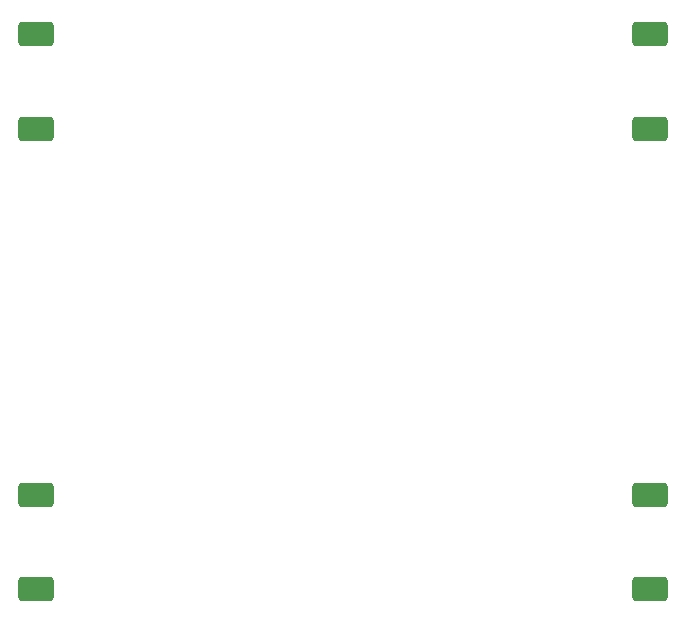
<source format=gbp>
G04*
G04 #@! TF.GenerationSoftware,Altium Limited,Altium Designer,21.3.2 (30)*
G04*
G04 Layer_Color=128*
%FSLAX43Y43*%
%MOMM*%
G71*
G04*
G04 #@! TF.SameCoordinates,034B25BC-4B64-4F1D-819B-79BBDF65C54F*
G04*
G04*
G04 #@! TF.FilePolarity,Positive*
G04*
G01*
G75*
G04:AMPARAMS|DCode=86|XSize=3mm|YSize=2mm|CornerRadius=0.25mm|HoleSize=0mm|Usage=FLASHONLY|Rotation=0.000|XOffset=0mm|YOffset=0mm|HoleType=Round|Shape=RoundedRectangle|*
%AMROUNDEDRECTD86*
21,1,3.000,1.500,0,0,0.0*
21,1,2.500,2.000,0,0,0.0*
1,1,0.500,1.250,-0.750*
1,1,0.500,-1.250,-0.750*
1,1,0.500,-1.250,0.750*
1,1,0.500,1.250,0.750*
%
%ADD86ROUNDEDRECTD86*%
D86*
X16500Y27000D02*
D03*
Y19000D02*
D03*
X68500D02*
D03*
Y27000D02*
D03*
X16500Y66000D02*
D03*
Y58000D02*
D03*
X68500D02*
D03*
Y66000D02*
D03*
M02*

</source>
